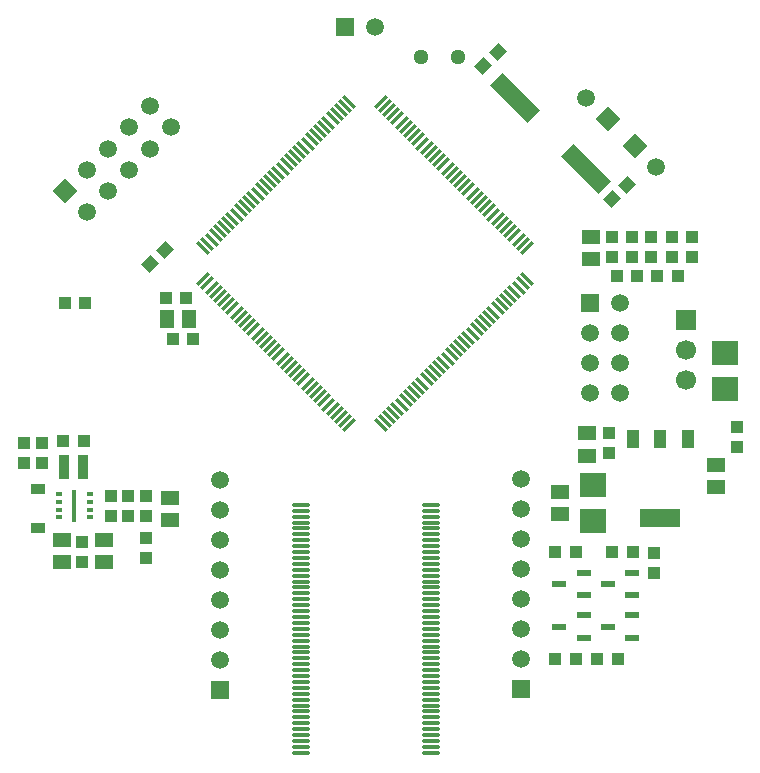
<source format=gbr>
%FSDAX24Y24*%
%MOIN*%
%SFA1B1*%

%IPPOS*%
%AMD18*
4,1,4,0.029200,0.001300,0.001300,0.029200,-0.029200,-0.001300,-0.001300,-0.029200,0.029200,0.001300,0.0*
%
%AMD36*
4,1,4,-0.041700,0.000000,0.000000,-0.041700,0.041700,0.000000,0.000000,0.041700,-0.041700,0.000000,0.0*
%
%AMD42*
4,1,4,0.000000,-0.041700,0.041700,0.000000,0.000000,0.041700,-0.041700,0.000000,0.000000,-0.041700,0.0*
%
%AMD46*
4,1,4,0.023700,-0.013900,-0.013900,0.023700,-0.023700,0.013900,0.013900,-0.023700,0.023700,-0.013900,0.0*
%
%AMD47*
4,1,4,0.013900,0.023700,-0.023700,-0.013900,-0.013900,-0.023700,0.023700,0.013900,0.013900,0.023700,0.0*
%
%AMD49*
4,1,4,-0.083500,0.041800,0.041800,-0.083500,0.083500,-0.041800,-0.041800,0.083500,-0.083500,0.041800,0.0*
%
%ADD10R,0.039400X0.043300*%
%ADD11R,0.043300X0.039400*%
G04~CAMADD=18~9~0.0~0.0~394.0~433.0~0.0~0.0~0~0.0~0.0~0.0~0.0~0~0.0~0.0~0.0~0.0~0~0.0~0.0~0.0~315.0~584.0~583.0*
%ADD18D18*%
%ADD24R,0.086600X0.078700*%
%ADD25R,0.051200X0.059100*%
%ADD26R,0.059100X0.051200*%
%ADD35C,0.059100*%
G04~CAMADD=36~10~0.0~590.4~0.0~0.0~0.0~0.0~0~0.0~0.0~0.0~0.0~0~0.0~0.0~0.0~0.0~0~0.0~0.0~0.0~135.0~590.4~0.0*
%ADD36D36*%
%ADD37C,0.051200*%
%ADD38R,0.059100X0.059100*%
%ADD39R,0.059100X0.059100*%
%ADD40R,0.066900X0.066900*%
%ADD41C,0.066900*%
G04~CAMADD=42~10~0.0~590.4~0.0~0.0~0.0~0.0~0~0.0~0.0~0.0~0.0~0~0.0~0.0~0.0~0.0~0~0.0~0.0~0.0~225.0~590.4~0.0*
%ADD42D42*%
G04~CAMADD=46~9~0.0~0.0~532.0~138.0~0.0~0.0~0~0.0~0.0~0.0~0.0~0~0.0~0.0~0.0~0.0~0~0.0~0.0~0.0~315.0~474.0~473.0*
%ADD46D46*%
G04~CAMADD=47~9~0.0~0.0~532.0~138.0~0.0~0.0~0~0.0~0.0~0.0~0.0~0~0.0~0.0~0.0~0.0~0~0.0~0.0~0.0~45.0~474.0~473.0*
%ADD47D47*%
%ADD48O,0.063000X0.011800*%
G04~CAMADD=49~9~0.0~0.0~1772.0~591.0~0.0~0.0~0~0.0~0.0~0.0~0.0~0~0.0~0.0~0.0~0.0~0~0.0~0.0~0.0~135.0~1670.0~1669.0*
%ADD49D49*%
%ADD50R,0.135800X0.061000*%
%ADD51R,0.043300X0.061000*%
%ADD52R,0.043300X0.061000*%
%ADD53R,0.016500X0.107900*%
%ADD54R,0.019700X0.013800*%
%ADD55R,0.051200X0.023600*%
%ADD56R,0.048000X0.035800*%
%ADD57R,0.033500X0.078700*%
%LNde-020717_pads_bot-1*%
%LPD*%
G54D10*
X005700Y008235D03*
Y007565D03*
X022650Y007065D03*
Y007735D03*
X001650Y010715D03*
Y011385D03*
X002250Y010715D03*
Y011385D03*
X004550Y009639D03*
Y008970D03*
X025400Y011935D03*
Y011265D03*
X021150Y011715D03*
Y011045D03*
X005700Y009635D03*
Y008965D03*
X005120Y009635D03*
Y008965D03*
X003580Y008085D03*
Y007415D03*
X023250Y018261D03*
Y017591D03*
X023900Y018261D03*
Y017591D03*
X022550Y018261D03*
Y017591D03*
X021900Y018261D03*
Y017591D03*
X021250Y018261D03*
Y017591D03*
G54D11*
X022085Y016950D03*
X021415D03*
X003635Y011450D03*
X002965D03*
X003669Y016050D03*
X003000D03*
X021265Y007750D03*
X021935D03*
X020035D03*
X019365D03*
X021435Y004200D03*
X020765D03*
X020035D03*
X019365D03*
X023435Y016950D03*
X022765D03*
X006615Y014850D03*
X007285D03*
X006375Y016230D03*
X007045D03*
G54D18*
X005863Y017363D03*
X006337Y017837D03*
X021737Y019987D03*
X021263Y019513D03*
X017437Y024437D03*
X016963Y023963D03*
G54D24*
X020600Y008809D03*
Y009991D03*
X025000Y013209D03*
Y014391D03*
G54D25*
X007154Y015540D03*
X006406D03*
G54D26*
X004300Y007426D03*
Y008174D03*
X019500Y009026D03*
Y009774D03*
X024700Y009926D03*
Y010674D03*
X020430Y010966D03*
Y011714D03*
X006500Y008826D03*
Y009574D03*
X002900Y008174D03*
Y007426D03*
X020550Y018274D03*
Y017526D03*
G54D35*
X006564Y021914D03*
X005857Y022621D03*
Y021207D03*
X005150Y021914D03*
Y020500D03*
X004443Y021207D03*
Y019793D03*
X003736Y020500D03*
Y019086D03*
X013350Y025250D03*
X018200Y010200D03*
Y009200D03*
Y008200D03*
Y007200D03*
Y006200D03*
Y005200D03*
Y004200D03*
X008170Y010160D03*
Y009160D03*
Y008160D03*
Y007160D03*
Y006160D03*
Y005160D03*
Y004160D03*
X020393Y022907D03*
X022707Y020593D03*
X021530Y016060D03*
X020530Y015060D03*
X021530D03*
X020530Y014060D03*
X021530D03*
X020530Y013060D03*
X021530D03*
G54D36*
X003029Y019793D03*
G54D37*
X014890Y024250D03*
X016110D03*
G54D38*
X012350Y025250D03*
G54D39*
X018200Y003200D03*
X008170Y003160D03*
X020530Y016060D03*
G54D40*
X023700Y015500D03*
G54D41*
X023700Y014500D03*
Y013500D03*
G54D42*
X021100Y022200D03*
X022000Y021300D03*
G54D46*
X012495Y022767D03*
X012356Y022628D03*
X012217Y022489D03*
X012078Y022349D03*
X011939Y022210D03*
X011799Y022071D03*
X011660Y021932D03*
X011521Y021793D03*
X011382Y021653D03*
X011243Y021514D03*
X011103Y021375D03*
X010964Y021236D03*
X010825Y021097D03*
X010686Y020957D03*
X010547Y020818D03*
X010407Y020679D03*
X010268Y020540D03*
X010129Y020401D03*
X009990Y020261D03*
X009851Y020122D03*
X009711Y019983D03*
X009572Y019844D03*
X009433Y019705D03*
X009294Y019565D03*
X009155Y019426D03*
X009016Y019287D03*
X008876Y019148D03*
X008737Y019009D03*
X008598Y018869D03*
X008459Y018730D03*
X008320Y018591D03*
X008180Y018452D03*
X008041Y018313D03*
X007902Y018173D03*
X007763Y018034D03*
X007624Y017895D03*
X013539Y011979D03*
X013679Y012119D03*
X013818Y012258D03*
X013957Y012397D03*
X014096Y012536D03*
X014235Y012675D03*
X014375Y012815D03*
X014514Y012954D03*
X014653Y013093D03*
X014792Y013232D03*
X014931Y013371D03*
X015070Y013510D03*
X015210Y013650D03*
X015349Y013789D03*
X015488Y013928D03*
X015627Y014067D03*
X015766Y014206D03*
X015906Y014346D03*
X016045Y014485D03*
X016184Y014624D03*
X016323Y014763D03*
X016462Y014902D03*
X016602Y015042D03*
X016741Y015181D03*
X016880Y015320D03*
X017298Y015738D03*
X017437Y015877D03*
X017576Y016016D03*
X018133Y016573D03*
X018272Y016712D03*
X018411Y016851D03*
X017715Y016155D03*
X017158Y015598D03*
X017019Y015459D03*
X017854Y016294D03*
X017994Y016434D03*
G54D47*
X007624Y016851D03*
X007763Y016712D03*
X007902Y016573D03*
X008041Y016434D03*
X008180Y016294D03*
X008320Y016155D03*
X008459Y016016D03*
X008598Y015877D03*
X008737Y015738D03*
X008876Y015598D03*
X009016Y015459D03*
X009433Y015042D03*
X009572Y014902D03*
X009711Y014763D03*
X010129Y014346D03*
X010268Y014206D03*
X010407Y014067D03*
X010547Y013928D03*
X010686Y013789D03*
X010825Y013650D03*
X010964Y013510D03*
X011103Y013371D03*
X011243Y013232D03*
X011382Y013093D03*
X011521Y012954D03*
X011660Y012815D03*
X011799Y012675D03*
X011939Y012536D03*
X012078Y012397D03*
X012217Y012258D03*
X012356Y012119D03*
X012495Y011979D03*
X018411Y017895D03*
X018272Y018034D03*
X018133Y018173D03*
X017994Y018313D03*
X017854Y018452D03*
X017715Y018591D03*
X017576Y018730D03*
X017437Y018869D03*
X017298Y019009D03*
X017158Y019148D03*
X017019Y019287D03*
X016880Y019426D03*
X016741Y019565D03*
X016602Y019705D03*
X016462Y019844D03*
X016323Y019983D03*
X016184Y020122D03*
X016045Y020261D03*
X015906Y020401D03*
X015766Y020540D03*
X015627Y020679D03*
X015488Y020818D03*
X015349Y020957D03*
X015210Y021097D03*
X015070Y021236D03*
X014931Y021375D03*
X014792Y021514D03*
X014653Y021653D03*
X014514Y021793D03*
X014375Y021932D03*
X014235Y022071D03*
X014096Y022210D03*
X013957Y022349D03*
X013818Y022489D03*
X013679Y022628D03*
X013539Y022767D03*
X009155Y015320D03*
X009851Y014624D03*
X009990Y014485D03*
X009294Y015181D03*
G54D48*
X015225Y006184D03*
Y005594D03*
Y005791D03*
Y005987D03*
Y006381D03*
X010895Y008546D03*
Y008743D03*
Y009137D03*
Y008153D03*
Y006972D03*
Y007365D03*
Y007562D03*
Y007956D03*
Y001066D03*
Y001263D03*
Y001460D03*
Y001657D03*
Y001854D03*
Y002050D03*
Y002247D03*
Y002444D03*
Y002641D03*
Y002838D03*
Y003035D03*
Y003232D03*
Y003428D03*
Y003625D03*
Y003822D03*
Y004019D03*
Y004216D03*
Y004413D03*
Y004609D03*
Y004806D03*
Y005003D03*
Y005200D03*
Y005397D03*
Y005594D03*
Y005791D03*
Y005987D03*
Y006184D03*
Y006381D03*
Y006578D03*
Y006775D03*
Y007168D03*
Y007759D03*
Y008350D03*
Y008940D03*
Y009334D03*
X015225Y001066D03*
Y001263D03*
Y001460D03*
Y001657D03*
Y001854D03*
Y002050D03*
Y002247D03*
Y002444D03*
Y002641D03*
Y002838D03*
Y003035D03*
Y003232D03*
Y003428D03*
Y003625D03*
Y003822D03*
Y004019D03*
Y004216D03*
Y004413D03*
Y004609D03*
Y004806D03*
Y005003D03*
Y005200D03*
Y005397D03*
Y006578D03*
Y006775D03*
Y006972D03*
Y007168D03*
Y007365D03*
Y007562D03*
Y007759D03*
Y007956D03*
Y008153D03*
Y008350D03*
Y008546D03*
Y008743D03*
Y008940D03*
Y009137D03*
Y009334D03*
G54D49*
X020383Y020517D03*
X018017Y022883D03*
G54D50*
X022860Y008881D03*
G54D51*
X023766Y011539D03*
X022860D03*
G54D52*
X021955Y011539D03*
G54D53*
X003330Y009300D03*
G54D54*
X002818Y009684D03*
Y009428D03*
Y009172D03*
Y008916D03*
X003842D03*
Y009172D03*
Y009428D03*
Y009684D03*
G54D55*
X021100Y006700D03*
X021927Y006326D03*
Y007074D03*
X021100Y005274D03*
X021927Y004900D03*
Y005648D03*
X019473Y005274D03*
X020300Y004900D03*
Y005648D03*
X019487Y006700D03*
X020313Y006326D03*
Y007074D03*
G54D56*
X002100Y008556D03*
Y009844D03*
G54D57*
X003625Y010600D03*
X002975D03*
M02*
</source>
